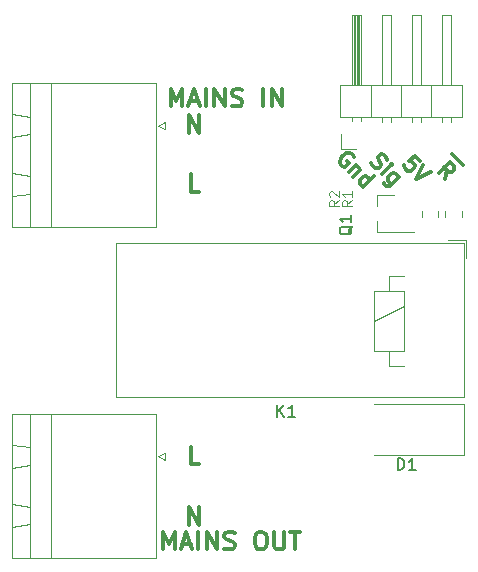
<source format=gbr>
G04 #@! TF.GenerationSoftware,KiCad,Pcbnew,(5.0.1-dev-70-gb7b125d83)*
G04 #@! TF.CreationDate,2018-10-10T22:00:42+02:00*
G04 #@! TF.ProjectId,relay-board,72656C61792D626F6172642E6B696361,rev?*
G04 #@! TF.SameCoordinates,Original*
G04 #@! TF.FileFunction,Legend,Top*
G04 #@! TF.FilePolarity,Positive*
%FSLAX46Y46*%
G04 Gerber Fmt 4.6, Leading zero omitted, Abs format (unit mm)*
G04 Created by KiCad (PCBNEW (5.0.1-dev-70-gb7b125d83)) date 10/10/18 22:00:42*
%MOMM*%
%LPD*%
G01*
G04 APERTURE LIST*
%ADD10C,0.300000*%
%ADD11C,0.120000*%
%ADD12C,0.100000*%
%ADD13C,0.150000*%
G04 APERTURE END LIST*
D10*
X83071428Y-111078571D02*
X83071428Y-109578571D01*
X83928571Y-111078571D01*
X83928571Y-109578571D01*
X80885714Y-113178571D02*
X80885714Y-111678571D01*
X81385714Y-112750000D01*
X81885714Y-111678571D01*
X81885714Y-113178571D01*
X82528571Y-112750000D02*
X83242857Y-112750000D01*
X82385714Y-113178571D02*
X82885714Y-111678571D01*
X83385714Y-113178571D01*
X83885714Y-113178571D02*
X83885714Y-111678571D01*
X84600000Y-113178571D02*
X84600000Y-111678571D01*
X85457142Y-113178571D01*
X85457142Y-111678571D01*
X86100000Y-113107142D02*
X86314285Y-113178571D01*
X86671428Y-113178571D01*
X86814285Y-113107142D01*
X86885714Y-113035714D01*
X86957142Y-112892857D01*
X86957142Y-112750000D01*
X86885714Y-112607142D01*
X86814285Y-112535714D01*
X86671428Y-112464285D01*
X86385714Y-112392857D01*
X86242857Y-112321428D01*
X86171428Y-112250000D01*
X86100000Y-112107142D01*
X86100000Y-111964285D01*
X86171428Y-111821428D01*
X86242857Y-111750000D01*
X86385714Y-111678571D01*
X86742857Y-111678571D01*
X86957142Y-111750000D01*
X89028571Y-111678571D02*
X89314285Y-111678571D01*
X89457142Y-111750000D01*
X89600000Y-111892857D01*
X89671428Y-112178571D01*
X89671428Y-112678571D01*
X89600000Y-112964285D01*
X89457142Y-113107142D01*
X89314285Y-113178571D01*
X89028571Y-113178571D01*
X88885714Y-113107142D01*
X88742857Y-112964285D01*
X88671428Y-112678571D01*
X88671428Y-112178571D01*
X88742857Y-111892857D01*
X88885714Y-111750000D01*
X89028571Y-111678571D01*
X90314285Y-111678571D02*
X90314285Y-112892857D01*
X90385714Y-113035714D01*
X90457142Y-113107142D01*
X90600000Y-113178571D01*
X90885714Y-113178571D01*
X91028571Y-113107142D01*
X91100000Y-113035714D01*
X91171428Y-112892857D01*
X91171428Y-111678571D01*
X91671428Y-111678571D02*
X92528571Y-111678571D01*
X92100000Y-113178571D02*
X92100000Y-111678571D01*
X83964285Y-105978571D02*
X83250000Y-105978571D01*
X83250000Y-104478571D01*
X105378004Y-79702757D02*
X106297242Y-80621995D01*
X104768680Y-81800372D02*
X104900000Y-81056226D01*
X104243400Y-81275093D02*
X105162639Y-80355854D01*
X105512825Y-80706040D01*
X105556599Y-80837360D01*
X105556599Y-80924906D01*
X105512825Y-81056226D01*
X105381506Y-81187546D01*
X105250186Y-81231319D01*
X105162639Y-81231319D01*
X105031319Y-81187546D01*
X104681133Y-80837360D01*
X102628299Y-80321514D02*
X102190566Y-79883781D01*
X101709060Y-80277740D01*
X101796607Y-80277740D01*
X101927927Y-80321514D01*
X102146793Y-80540380D01*
X102190566Y-80671700D01*
X102190566Y-80759246D01*
X102146793Y-80890566D01*
X101927927Y-81109433D01*
X101796607Y-81153206D01*
X101709060Y-81153206D01*
X101577740Y-81109433D01*
X101358874Y-80890566D01*
X101315101Y-80759246D01*
X101315101Y-80671700D01*
X102934712Y-80627927D02*
X102321886Y-81853578D01*
X103547538Y-81240753D01*
X98530574Y-80474720D02*
X98618121Y-80649813D01*
X98836987Y-80868680D01*
X98968307Y-80912453D01*
X99055854Y-80912453D01*
X99187174Y-80868680D01*
X99274720Y-80781133D01*
X99318493Y-80649813D01*
X99318493Y-80562267D01*
X99274720Y-80430947D01*
X99143400Y-80212081D01*
X99099627Y-80080761D01*
X99099627Y-79993214D01*
X99143400Y-79861894D01*
X99230947Y-79774348D01*
X99362267Y-79730574D01*
X99449813Y-79730574D01*
X99581133Y-79774348D01*
X99800000Y-79993214D01*
X99887546Y-80168307D01*
X99406040Y-81437732D02*
X100018866Y-80824906D01*
X100325279Y-80518493D02*
X100237732Y-80518493D01*
X100237732Y-80606040D01*
X100325279Y-80606040D01*
X100325279Y-80518493D01*
X100237732Y-80606040D01*
X100850558Y-81656599D02*
X100106412Y-82400744D01*
X99975093Y-82444518D01*
X99887546Y-82444518D01*
X99756226Y-82400744D01*
X99624906Y-82269425D01*
X99581133Y-82138105D01*
X100281506Y-82225651D02*
X100150186Y-82181878D01*
X99975093Y-82006785D01*
X99931319Y-81875465D01*
X99931319Y-81787918D01*
X99975093Y-81656599D01*
X100237732Y-81393959D01*
X100369052Y-81350186D01*
X100456599Y-81350186D01*
X100587918Y-81393959D01*
X100763012Y-81569052D01*
X100806785Y-81700372D01*
X97068680Y-79949441D02*
X97024906Y-79818121D01*
X96893587Y-79686801D01*
X96718493Y-79599255D01*
X96543400Y-79599255D01*
X96412081Y-79643028D01*
X96193214Y-79774348D01*
X96061894Y-79905668D01*
X95930574Y-80124534D01*
X95886801Y-80255854D01*
X95886801Y-80430947D01*
X95974348Y-80606040D01*
X96061894Y-80693587D01*
X96236987Y-80781133D01*
X96324534Y-80781133D01*
X96630947Y-80474720D01*
X96455854Y-80299627D01*
X97243773Y-80649813D02*
X96630947Y-81262639D01*
X97156226Y-80737360D02*
X97243773Y-80737360D01*
X97375093Y-80781133D01*
X97506412Y-80912453D01*
X97550186Y-81043773D01*
X97506412Y-81175093D01*
X97024906Y-81656599D01*
X97856599Y-82488291D02*
X98775837Y-81569052D01*
X97900372Y-82444518D02*
X97769052Y-82400744D01*
X97593959Y-82225651D01*
X97550186Y-82094331D01*
X97550186Y-82006785D01*
X97593959Y-81875465D01*
X97856599Y-81612825D01*
X97987918Y-81569052D01*
X98075465Y-81569052D01*
X98206785Y-81612825D01*
X98381878Y-81787918D01*
X98425651Y-81919238D01*
X83071428Y-77928571D02*
X83071428Y-76428571D01*
X83928571Y-77928571D01*
X83928571Y-76428571D01*
X83964285Y-82928571D02*
X83250000Y-82928571D01*
X83250000Y-81428571D01*
X81535714Y-75678571D02*
X81535714Y-74178571D01*
X82035714Y-75250000D01*
X82535714Y-74178571D01*
X82535714Y-75678571D01*
X83178571Y-75250000D02*
X83892857Y-75250000D01*
X83035714Y-75678571D02*
X83535714Y-74178571D01*
X84035714Y-75678571D01*
X84535714Y-75678571D02*
X84535714Y-74178571D01*
X85250000Y-75678571D02*
X85250000Y-74178571D01*
X86107142Y-75678571D01*
X86107142Y-74178571D01*
X86750000Y-75607142D02*
X86964285Y-75678571D01*
X87321428Y-75678571D01*
X87464285Y-75607142D01*
X87535714Y-75535714D01*
X87607142Y-75392857D01*
X87607142Y-75250000D01*
X87535714Y-75107142D01*
X87464285Y-75035714D01*
X87321428Y-74964285D01*
X87035714Y-74892857D01*
X86892857Y-74821428D01*
X86821428Y-74750000D01*
X86750000Y-74607142D01*
X86750000Y-74464285D01*
X86821428Y-74321428D01*
X86892857Y-74250000D01*
X87035714Y-74178571D01*
X87392857Y-74178571D01*
X87607142Y-74250000D01*
X89392857Y-75678571D02*
X89392857Y-74178571D01*
X90107142Y-75678571D02*
X90107142Y-74178571D01*
X90964285Y-75678571D01*
X90964285Y-74178571D01*
D11*
G04 #@! TO.C,D1*
X106350000Y-105150000D02*
X106350000Y-100850000D01*
X106350000Y-100850000D02*
X98800000Y-100850000D01*
X106350000Y-105150000D02*
X98800000Y-105150000D01*
G04 #@! TO.C,J1*
X80280000Y-73720000D02*
X68120000Y-73720000D01*
X68120000Y-73720000D02*
X68120000Y-85880000D01*
X68120000Y-85880000D02*
X80280000Y-85880000D01*
X80280000Y-85880000D02*
X80280000Y-73720000D01*
X69620000Y-73720000D02*
X71420000Y-73720000D01*
X71420000Y-73720000D02*
X71420000Y-85880000D01*
X71420000Y-85880000D02*
X69620000Y-85880000D01*
X69620000Y-85880000D02*
X69620000Y-73720000D01*
X68120000Y-76300000D02*
X68120000Y-78300000D01*
X68120000Y-78300000D02*
X69620000Y-78050000D01*
X69620000Y-78050000D02*
X69620000Y-76550000D01*
X69620000Y-76550000D02*
X68120000Y-76300000D01*
X68120000Y-81300000D02*
X68120000Y-83300000D01*
X68120000Y-83300000D02*
X69620000Y-83050000D01*
X69620000Y-83050000D02*
X69620000Y-81550000D01*
X69620000Y-81550000D02*
X68120000Y-81300000D01*
X81080000Y-77600000D02*
X80480000Y-77300000D01*
X80480000Y-77300000D02*
X81080000Y-77000000D01*
X81080000Y-77000000D02*
X81080000Y-77600000D01*
G04 #@! TO.C,J2*
X81080000Y-105000000D02*
X81080000Y-105600000D01*
X80480000Y-105300000D02*
X81080000Y-105000000D01*
X81080000Y-105600000D02*
X80480000Y-105300000D01*
X69620000Y-109550000D02*
X68120000Y-109300000D01*
X69620000Y-111050000D02*
X69620000Y-109550000D01*
X68120000Y-111300000D02*
X69620000Y-111050000D01*
X68120000Y-109300000D02*
X68120000Y-111300000D01*
X69620000Y-104550000D02*
X68120000Y-104300000D01*
X69620000Y-106050000D02*
X69620000Y-104550000D01*
X68120000Y-106300000D02*
X69620000Y-106050000D01*
X68120000Y-104300000D02*
X68120000Y-106300000D01*
X69620000Y-113880000D02*
X69620000Y-101720000D01*
X71420000Y-113880000D02*
X69620000Y-113880000D01*
X71420000Y-101720000D02*
X71420000Y-113880000D01*
X69620000Y-101720000D02*
X71420000Y-101720000D01*
X80280000Y-113880000D02*
X80280000Y-101720000D01*
X68120000Y-113880000D02*
X80280000Y-113880000D01*
X68120000Y-101720000D02*
X68120000Y-113880000D01*
X80280000Y-101720000D02*
X68120000Y-101720000D01*
G04 #@! TO.C,J3*
X95920000Y-76560000D02*
X106200000Y-76560000D01*
X106200000Y-76560000D02*
X106200000Y-73900000D01*
X106200000Y-73900000D02*
X95920000Y-73900000D01*
X95920000Y-73900000D02*
X95920000Y-76560000D01*
X96870000Y-73900000D02*
X96870000Y-67900000D01*
X96870000Y-67900000D02*
X97630000Y-67900000D01*
X97630000Y-67900000D02*
X97630000Y-73900000D01*
X96930000Y-73900000D02*
X96930000Y-67900000D01*
X97050000Y-73900000D02*
X97050000Y-67900000D01*
X97170000Y-73900000D02*
X97170000Y-67900000D01*
X97290000Y-73900000D02*
X97290000Y-67900000D01*
X97410000Y-73900000D02*
X97410000Y-67900000D01*
X97530000Y-73900000D02*
X97530000Y-67900000D01*
X96870000Y-76890000D02*
X96870000Y-76560000D01*
X97630000Y-76890000D02*
X97630000Y-76560000D01*
X98520000Y-76560000D02*
X98520000Y-73900000D01*
X99410000Y-73900000D02*
X99410000Y-67900000D01*
X99410000Y-67900000D02*
X100170000Y-67900000D01*
X100170000Y-67900000D02*
X100170000Y-73900000D01*
X99410000Y-76957071D02*
X99410000Y-76560000D01*
X100170000Y-76957071D02*
X100170000Y-76560000D01*
X101060000Y-76560000D02*
X101060000Y-73900000D01*
X101950000Y-73900000D02*
X101950000Y-67900000D01*
X101950000Y-67900000D02*
X102710000Y-67900000D01*
X102710000Y-67900000D02*
X102710000Y-73900000D01*
X101950000Y-76957071D02*
X101950000Y-76560000D01*
X102710000Y-76957071D02*
X102710000Y-76560000D01*
X103600000Y-76560000D02*
X103600000Y-73900000D01*
X104490000Y-73900000D02*
X104490000Y-67900000D01*
X104490000Y-67900000D02*
X105250000Y-67900000D01*
X105250000Y-67900000D02*
X105250000Y-73900000D01*
X104490000Y-76957071D02*
X104490000Y-76560000D01*
X105250000Y-76957071D02*
X105250000Y-76560000D01*
X97250000Y-79270000D02*
X95980000Y-79270000D01*
X95980000Y-79270000D02*
X95980000Y-78000000D01*
G04 #@! TO.C,Q1*
X98990000Y-83170000D02*
X98990000Y-84100000D01*
X98990000Y-86330000D02*
X98990000Y-85400000D01*
X98990000Y-86330000D02*
X102150000Y-86330000D01*
X98990000Y-83170000D02*
X100450000Y-83170000D01*
G04 #@! TO.C,R1*
X106210000Y-85011252D02*
X106210000Y-84488748D01*
X104790000Y-85011252D02*
X104790000Y-84488748D01*
G04 #@! TO.C,R2*
X104210000Y-84488748D02*
X104210000Y-85011252D01*
X102790000Y-84488748D02*
X102790000Y-85011252D01*
G04 #@! TO.C,K1*
X106550000Y-87000000D02*
X105050000Y-87000000D01*
X106550000Y-88500000D02*
X106550000Y-87000000D01*
X99990000Y-96350000D02*
X99990000Y-97620000D01*
X99990000Y-97620000D02*
X101260000Y-97620000D01*
X101260000Y-90000000D02*
X99990000Y-90000000D01*
X99990000Y-90000000D02*
X99990000Y-91270000D01*
X99990000Y-91270000D02*
X98720000Y-91270000D01*
X98720000Y-91270000D02*
X98720000Y-96350000D01*
X98720000Y-96350000D02*
X101260000Y-96350000D01*
X101260000Y-96350000D02*
X101260000Y-91270000D01*
X101260000Y-91270000D02*
X99990000Y-91270000D01*
X106350000Y-100300000D02*
X106350000Y-87200000D01*
X76950000Y-100300000D02*
X106350000Y-100300000D01*
X76950000Y-87200000D02*
X76950000Y-100300000D01*
X106350000Y-87200000D02*
X76950000Y-87200000D01*
D12*
X101260000Y-92540000D02*
X98720000Y-93810000D01*
G04 #@! TO.C,D1*
D13*
X100761904Y-106452380D02*
X100761904Y-105452380D01*
X101000000Y-105452380D01*
X101142857Y-105500000D01*
X101238095Y-105595238D01*
X101285714Y-105690476D01*
X101333333Y-105880952D01*
X101333333Y-106023809D01*
X101285714Y-106214285D01*
X101238095Y-106309523D01*
X101142857Y-106404761D01*
X101000000Y-106452380D01*
X100761904Y-106452380D01*
X102285714Y-106452380D02*
X101714285Y-106452380D01*
X102000000Y-106452380D02*
X102000000Y-105452380D01*
X101904761Y-105595238D01*
X101809523Y-105690476D01*
X101714285Y-105738095D01*
G04 #@! TO.C,Q1*
X96947619Y-85795238D02*
X96900000Y-85890476D01*
X96804761Y-85985714D01*
X96661904Y-86128571D01*
X96614285Y-86223809D01*
X96614285Y-86319047D01*
X96852380Y-86271428D02*
X96804761Y-86366666D01*
X96709523Y-86461904D01*
X96519047Y-86509523D01*
X96185714Y-86509523D01*
X95995238Y-86461904D01*
X95900000Y-86366666D01*
X95852380Y-86271428D01*
X95852380Y-86080952D01*
X95900000Y-85985714D01*
X95995238Y-85890476D01*
X96185714Y-85842857D01*
X96519047Y-85842857D01*
X96709523Y-85890476D01*
X96804761Y-85985714D01*
X96852380Y-86080952D01*
X96852380Y-86271428D01*
X96852380Y-84890476D02*
X96852380Y-85461904D01*
X96852380Y-85176190D02*
X95852380Y-85176190D01*
X95995238Y-85271428D01*
X96090476Y-85366666D01*
X96138095Y-85461904D01*
G04 #@! TO.C,R1*
D11*
X96861904Y-83633333D02*
X96480952Y-83900000D01*
X96861904Y-84090476D02*
X96061904Y-84090476D01*
X96061904Y-83785714D01*
X96100000Y-83709523D01*
X96138095Y-83671428D01*
X96214285Y-83633333D01*
X96328571Y-83633333D01*
X96404761Y-83671428D01*
X96442857Y-83709523D01*
X96480952Y-83785714D01*
X96480952Y-84090476D01*
X96861904Y-82871428D02*
X96861904Y-83328571D01*
X96861904Y-83100000D02*
X96061904Y-83100000D01*
X96176190Y-83176190D01*
X96252380Y-83252380D01*
X96290476Y-83328571D01*
G04 #@! TO.C,R2*
X95761904Y-83633333D02*
X95380952Y-83900000D01*
X95761904Y-84090476D02*
X94961904Y-84090476D01*
X94961904Y-83785714D01*
X95000000Y-83709523D01*
X95038095Y-83671428D01*
X95114285Y-83633333D01*
X95228571Y-83633333D01*
X95304761Y-83671428D01*
X95342857Y-83709523D01*
X95380952Y-83785714D01*
X95380952Y-84090476D01*
X95038095Y-83328571D02*
X95000000Y-83290476D01*
X94961904Y-83214285D01*
X94961904Y-83023809D01*
X95000000Y-82947619D01*
X95038095Y-82909523D01*
X95114285Y-82871428D01*
X95190476Y-82871428D01*
X95304761Y-82909523D01*
X95761904Y-83366666D01*
X95761904Y-82871428D01*
G04 #@! TO.C,K1*
D13*
X90561904Y-101952380D02*
X90561904Y-100952380D01*
X91133333Y-101952380D02*
X90704761Y-101380952D01*
X91133333Y-100952380D02*
X90561904Y-101523809D01*
X92085714Y-101952380D02*
X91514285Y-101952380D01*
X91800000Y-101952380D02*
X91800000Y-100952380D01*
X91704761Y-101095238D01*
X91609523Y-101190476D01*
X91514285Y-101238095D01*
G04 #@! TD*
M02*

</source>
